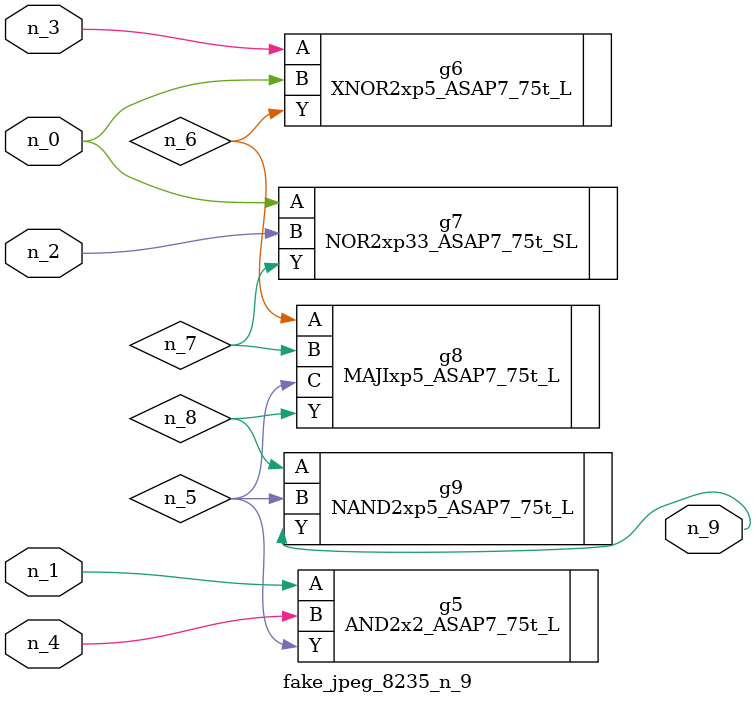
<source format=v>
module fake_jpeg_8235_n_9 (n_3, n_2, n_1, n_0, n_4, n_9);

input n_3;
input n_2;
input n_1;
input n_0;
input n_4;

output n_9;

wire n_8;
wire n_6;
wire n_5;
wire n_7;

AND2x2_ASAP7_75t_L g5 ( 
.A(n_1),
.B(n_4),
.Y(n_5)
);

XNOR2xp5_ASAP7_75t_L g6 ( 
.A(n_3),
.B(n_0),
.Y(n_6)
);

NOR2xp33_ASAP7_75t_SL g7 ( 
.A(n_0),
.B(n_2),
.Y(n_7)
);

MAJIxp5_ASAP7_75t_L g8 ( 
.A(n_6),
.B(n_7),
.C(n_5),
.Y(n_8)
);

NAND2xp5_ASAP7_75t_L g9 ( 
.A(n_8),
.B(n_5),
.Y(n_9)
);


endmodule
</source>
